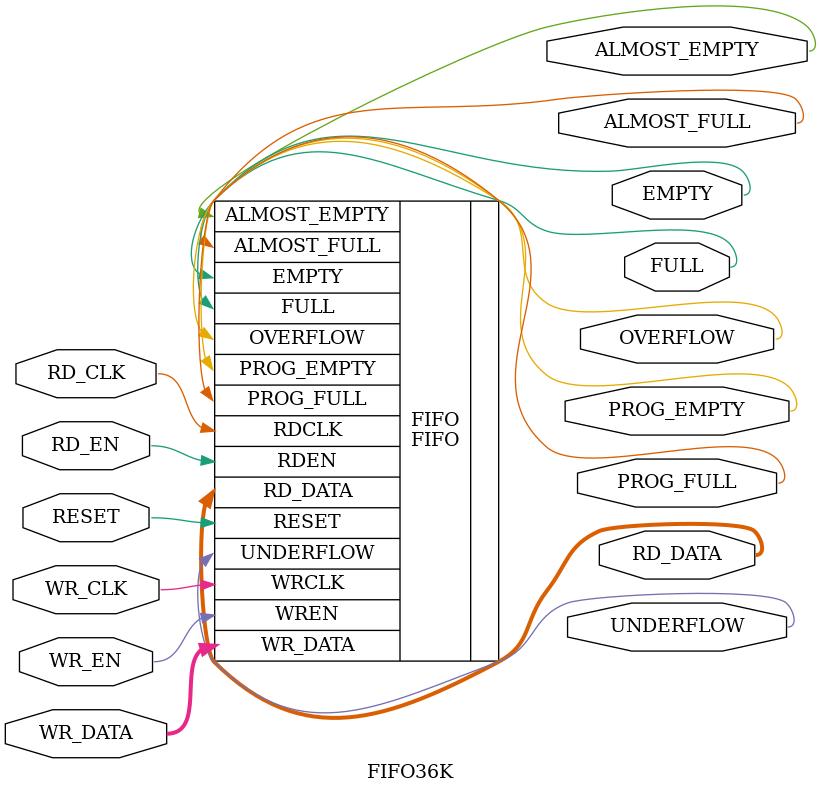
<source format=v>

module FIFO36K #(
    parameter   DATA_WIDTH          = 6'd36,               // Supported Data Width > 36
    parameter   FIFO_TYPE           = "SYNCHRONOUS",       // Synchronous or Asynchronous
    parameter   PROG_FULL_THRESH    = 12'hffa,             // Threshold indicating that the FIFO buffer is considered Full
    parameter   PROG_EMPTY_THRESH   = 12'h004              // Threshold indicating that the FIFO buffer is considered Empty
)
(
    input wire  [DATA_WIDTH-1:0] WR_DATA,                  // 36-bits Data coming inside FIFO
    output wire [DATA_WIDTH-1:0] RD_DATA,                  // 36-bits Data coming out from FIFO
    output wire EMPTY,                                     // 1-bit output: Empty Flag
    output wire FULL,                                      // 1-bit output: Full Flag
    output wire OVERFLOW,                                  // 1-bit output: Overflow Flag 
    output wire UNDERFLOW,                                 // 1-bit output: Underflow Flag
    input wire  RD_EN,                                     // 1-bit input:  Read Enable
    input wire  WR_EN,                                     // 1-bit input:  Write Enable
    output wire ALMOST_EMPTY,                              // 1-bit output: This Flag is asserted when FIFO contains EMPTY plus one data words.
    output wire ALMOST_FULL,                               // 1-bit output: This Flag is asserted when FIFO contains FULL minus one data words.
    output wire PROG_EMPTY,                                // 1-bit output: Empty Watermark Flag
    output wire PROG_FULL,                                 // 1-bit output: Full Watermark Flag
    input wire  WR_CLK,                                    // 1-bit input:  Write Clock
    input wire  RD_CLK,                                    // 1-bit input:  Read Clock
    input wire  RESET                                      // 1-bit input:  Active Low Synchronous Reset
);

initial 
begin
    if (DATA_WIDTH != 36)
        begin
        $error("Incorrect DATA_WIDTH: %0d\nEnter valid DATA_WIDTH: 36", DATA_WIDTH);
        $finish;
        end
end

FIFO #(
    .DATA_WIDTH(DATA_WIDTH),
    .SYNC_FIFO(FIFO_TYPE),
    .PROG_FULL_THRESH(PROG_FULL_THRESH),
    .PROG_EMPTY_THRESH(PROG_EMPTY_THRESH)
)
FIFO (
    .WR_DATA(WR_DATA),
    .RD_DATA(RD_DATA),
    .EMPTY(EMPTY),
    .FULL(FULL),
    .ALMOST_EMPTY(ALMOST_EMPTY),
    .ALMOST_FULL(ALMOST_FULL),
    .PROG_EMPTY(PROG_EMPTY),
    .PROG_FULL(PROG_FULL),
    .OVERFLOW(OVERFLOW),
    .UNDERFLOW(UNDERFLOW),
    .RDEN(RD_EN),
    .WREN(WR_EN),
    .WRCLK(WR_CLK),
    .RDCLK(RD_CLK),
    .RESET(RESET)
);
endmodule
</source>
